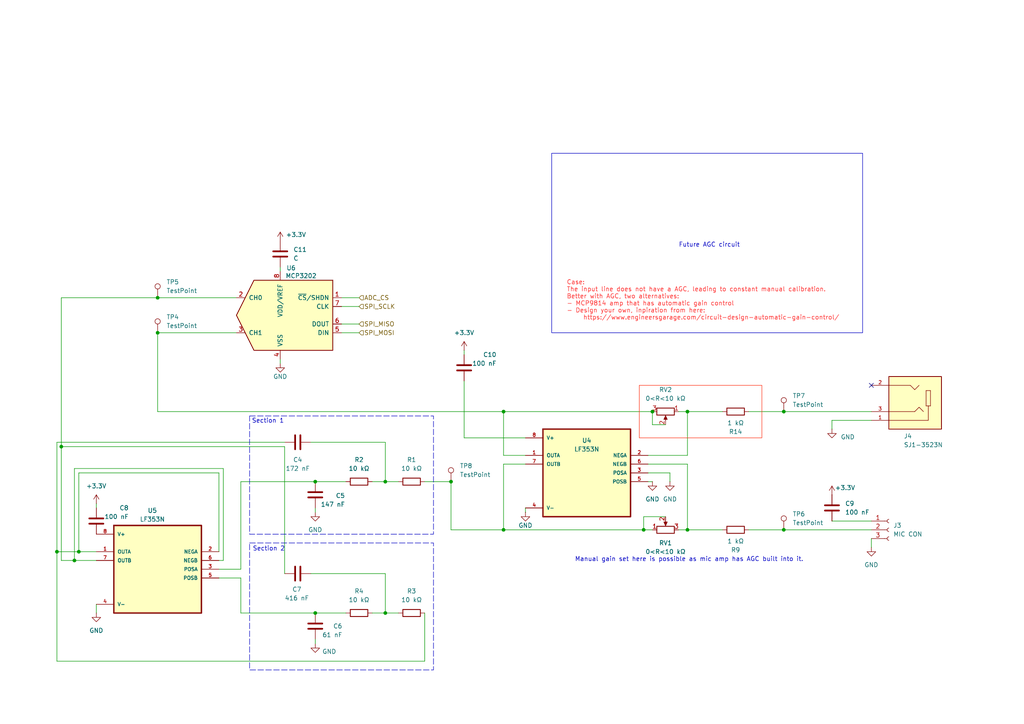
<source format=kicad_sch>
(kicad_sch (version 20231120) (generator "eeschema") (generator_version "8.0")
  (paper "A4")
  (title_block (title "InputPeripherals") (comment 1 "Main focus of this revisiton is on the mic input and the rest of the system.") (comment 2 "Note the coming AGC update. "))
  (lib_symbols
    (symbol "Analog_ADC:MCP3202" (pin_names (offset 1.016))
      (property "Reference" "U" (at -6.35 11.43 0))
      (property "Value" "MCP3202" (at 11.43 11.43 0))
      (symbol "MCP3202_0_1"
        (polyline (pts (xy 15.24 10.16) (xy -7.62 10.16) (xy -12.7 0) (xy -7.62 -10.16) (xy 15.24 -10.16) (xy 15.24 10.16)) (stroke (width 0.254)) (fill (type background)))
      )
      (symbol "MCP3202_1_1"
        (pin input line (at 17.78 5.08 180) (length 2.54) (name "~{CS}/SHDN") (number "1"))
        (pin passive line (at -12.7 5.08 0) (length 2.54) (name "CH0") (number "2"))
        (pin passive line (at -12.7 -5.08 0) (length 2.54) (name "CH1") (number "3"))
        (pin power_in line (at 0 -12.7 90) (length 2.54) (name "VSS") (number "4"))
        (pin input line (at 17.78 -5.08 180) (length 2.54) (name "DIN") (number "5"))
        (pin output line (at 17.78 -2.54 180) (length 2.54) (name "DOUT") (number "6"))
        (pin input line (at 17.78 2.54 180) (length 2.54) (name "CLK") (number "7"))
        (pin power_in line (at 0 12.7 270) (length 2.54) (name "VDD/VREF") (number "8"))
      )
    )
    (symbol "Connector:Conn_01x03_Socket" (pin_names (offset 1.016) hide)
      (property "Reference" "J" (at 0 5.08 0))
      (property "Value" "Conn_01x03_Socket" (at 0 -5.08 0))
      (symbol "Conn_01x03_Socket_1_1"
        (arc (start 0 -2.032) (mid -0.5058 -2.54) (end 0 -3.048) (stroke (width 0.1524)))
        (polyline (pts (xy -1.27 -2.54) (xy -0.508 -2.54)) (stroke (width 0.1524)))
        (polyline (pts (xy -1.27 0) (xy -0.508 0)) (stroke (width 0.1524)))
        (polyline (pts (xy -1.27 2.54) (xy -0.508 2.54)) (stroke (width 0.1524)))
        (arc (start 0 0.508) (mid -0.5058 0) (end 0 -0.508) (stroke (width 0.1524)))
        (arc (start 0 3.048) (mid -0.5058 2.54) (end 0 2.032) (stroke (width 0.1524)))
        (pin passive line (at -5.08 2.54 0) (length 3.81) (name "Pin_1") (number "1"))
        (pin passive line (at -5.08 0 0) (length 3.81) (name "Pin_2") (number "2"))
        (pin passive line (at -5.08 -2.54 0) (length 3.81) (name "Pin_3") (number "3"))
      )
    )
    (symbol "Connector:TestPoint" (pin_numbers hide) (pin_names (offset 0.762) hide)
      (property "Reference" "TP" (at 0 6.858 0))
      (property "Value" "TestPoint" (at 0 5.08 0))
      (symbol "TestPoint_0_1"
        (circle (center 0 3.302) (radius 0.762))
      )
      (symbol "TestPoint_1_1"
        (pin passive line (at 0 0 90) (length 2.54) (name "1") (number "1"))
      )
    )
    (symbol "Device:C" (pin_numbers hide) (pin_names (offset 0.254))
      (property "Reference" "C" (at 0.635 2.54 0))
      (property "Value" "C" (at 0.635 -2.54 0))
      (symbol "C_0_1"
        (polyline (pts (xy -2.032 -0.762) (xy 2.032 -0.762)) (stroke (width 0.508)))
        (polyline (pts (xy -2.032 0.762) (xy 2.032 0.762)) (stroke (width 0.508)))
      )
      (symbol "C_1_1"
        (pin passive line (at 0 3.81 270) (length 2.794) (name "~") (number "1"))
        (pin passive line (at 0 -3.81 90) (length 2.794) (name "~") (number "2"))
      )
    )
    (symbol "Device:R" (pin_numbers hide) (pin_names (offset 0))
      (property "Reference" "R" (at 2.032 0 90))
      (property "Value" "R" (at 0 0 90))
      (symbol "R_0_1"
        (rectangle (start -1.016 -2.54) (end 1.016 2.54) (stroke (width 0.254)))
      )
      (symbol "R_1_1"
        (pin passive line (at 0 3.81 270) (length 1.27) (name "~") (number "1"))
        (pin passive line (at 0 -3.81 90) (length 1.27) (name "~") (number "2"))
      )
    )
    (symbol "Device:R_Potentiometer" (pin_names (offset 1.016) hide)
      (property "Reference" "RV" (at -4.445 0 90))
      (property "Value" "R_Potentiometer" (at -2.54 0 90))
      (symbol "R_Potentiometer_0_1"
        (polyline (pts (xy 2.54 0) (xy 1.524 0)))
        (polyline (pts (xy 1.143 0) (xy 2.286 0.508) (xy 2.286 -0.508) (xy 1.143 0)) (fill (type outline)))
        (rectangle (start 1.016 2.54) (end -1.016 -2.54) (stroke (width 0.254)))
      )
      (symbol "R_Potentiometer_1_1"
        (pin passive line (at 0 3.81 270) (length 1.27) (name "1") (number "1"))
        (pin passive line (at 3.81 0 180) (length 1.27) (name "2") (number "2"))
        (pin passive line (at 0 -3.81 90) (length 1.27) (name "3") (number "3"))
      )
    )
    (symbol "LF353N:LF353N" (pin_names (offset 1.016))
      (property "Reference" "U" (at -12.7 13.7 0))
      (property "Value" "LF353N" (at -12.7 -16.7 0))
      (symbol "LF353N_0_0"
        (rectangle (start -12.7 -12.7) (end 12.7 12.7) (stroke (width 0.41)) (fill (type background)))
        (pin output line (at 17.78 5.08 180) (length 5.08) (name "OUTA") (number "1"))
        (pin input line (at -17.78 5.08 0) (length 5.08) (name "NEGA") (number "2"))
        (pin input line (at -17.78 0 0) (length 5.08) (name "POSA") (number "3"))
        (pin power_in line (at 17.78 -10.16 180) (length 5.08) (name "V-") (number "4"))
        (pin input line (at -17.78 -2.54 0) (length 5.08) (name "POSB") (number "5"))
        (pin input line (at -17.78 2.54 0) (length 5.08) (name "NEGB") (number "6"))
        (pin output line (at 17.78 2.54 180) (length 5.08) (name "OUTB") (number "7"))
        (pin power_in line (at 17.78 10.16 180) (length 5.08) (name "V+") (number "8"))
      )
    )
    (symbol "SJ1-3523N:SJ1-3523N" (pin_names (offset 1.016))
      (property "Reference" "J" (at -7.62 8.382 0))
      (property "Value" "SJ1-3523N" (at -7.62 -10.16 0))
      (symbol "SJ1-3523N_0_0"
        (rectangle (start -7.62 -7.62) (end 7.62 7.62) (stroke (width 0.254)) (fill (type background)))
        (polyline (pts (xy -4.445 -3.556) (xy -4.445 0.889)) (stroke (width 0.1524)))
        (polyline (pts (xy -4.445 0.889) (xy -3.81 0.889)) (stroke (width 0.1524)))
        (polyline (pts (xy -3.81 0.889) (xy -3.175 0.889)) (stroke (width 0.1524)))
        (polyline (pts (xy -3.81 5.08) (xy -3.81 0.889)) (stroke (width 0.1524)))
        (polyline (pts (xy -3.175 -3.556) (xy -4.445 -3.556)) (stroke (width 0.1524)))
        (polyline (pts (xy -3.175 0.889) (xy -3.175 -3.556)) (stroke (width 0.1524)))
        (polyline (pts (xy -1.143 1.27) (xy -2.413 2.54)) (stroke (width 0.1524)))
        (polyline (pts (xy 0.127 -3.81) (xy -1.143 -5.08)) (stroke (width 0.1524)))
        (polyline (pts (xy 0.127 2.54) (xy -1.143 1.27)) (stroke (width 0.1524)))
        (polyline (pts (xy 1.397 -5.08) (xy 0.127 -3.81)) (stroke (width 0.1524)))
        (polyline (pts (xy 7.62 -5.08) (xy 1.397 -5.08)) (stroke (width 0.1524)))
        (polyline (pts (xy 7.62 2.54) (xy 0.127 2.54)) (stroke (width 0.1524)))
        (polyline (pts (xy 7.62 5.08) (xy -3.81 5.08)) (stroke (width 0.1524)))
        (pin passive line (at 12.7 5.08 180) (length 5.08) (name "~") (number "1"))
        (pin passive line (at 12.7 -5.08 180) (length 5.08) (name "~") (number "2"))
        (pin passive line (at 12.7 2.54 180) (length 5.08) (name "~") (number "3"))
      )
    )
    (symbol "power:+3.3V" (power) (pin_numbers hide) (pin_names (offset 0) hide)
      (property "Value" "+3.3V" (at 0 3.556 0))
      (symbol "+3.3V_0_1"
        (polyline (pts (xy -0.762 1.27) (xy 0 2.54)))
        (polyline (pts (xy 0 0) (xy 0 2.54)))
        (polyline (pts (xy 0 2.54) (xy 0.762 1.27)))
      )
      (symbol "+3.3V_1_1"
        (pin power_in line (at 0 0 90) (length 0) (name "~") (number "1"))
      )
    )
    (symbol "power:GND" (power) (pin_numbers hide) (pin_names (offset 0) hide)
      (property "Value" "GND" (at 0 -3.81 0))
      (symbol "GND_0_1"
        (polyline (pts (xy 0 0) (xy 0 -1.27) (xy 1.27 -1.27) (xy 0 -2.54) (xy -1.27 -1.27) (xy 0 -1.27)))
      )
      (symbol "GND_1_1"
        (pin power_in line (at 0 0 270) (length 0) (name "~") (number "1"))
      )
    )
  )
  (junction (at 91.44 177.8))
  (junction (at 17.78 129.54))
  (junction (at 91.44 139.7))
  (junction (at 111.76 139.7))
  (junction (at 130.81 139.7))
  (junction (at 45.72 86.36))
  (junction (at 186.69 153.67))
  (junction (at 146.05 119.38))
  (junction (at 45.72 96.52))
  (junction (at 189.23 119.38))
  (junction (at 16.51 160.02))
  (junction (at 199.39 153.67))
  (junction (at 22.86 160.02))
  (junction (at 21.59 162.56))
  (junction (at 227.33 153.67))
  (junction (at 199.39 119.38))
  (junction (at 111.76 177.8))
  (junction (at 227.33 119.38))
  (junction (at 146.05 153.67))
  (no_connect (at 252.73 111.76))
  (wire (pts (xy 123.19 139.7) (xy 130.81 139.7)))
  (wire (pts (xy 187.96 139.7) (xy 189.23 139.7)))
  (wire (pts (xy 90.17 166.37) (xy 111.76 166.37)))
  (wire (pts (xy 69.85 139.7) (xy 69.85 165.1)))
  (wire (pts (xy 81.28 77.47) (xy 81.28 78.74)))
  (wire (pts (xy 217.17 153.67) (xy 227.33 153.67)))
  (wire (pts (xy 217.17 119.38) (xy 227.33 119.38)))
  (wire (pts (xy 63.5 160.02) (xy 63.5 137.16)))
  (wire (pts (xy 152.4 132.08) (xy 146.05 132.08)))
  (wire (pts (xy 187.96 134.62) (xy 199.39 134.62)))
  (wire (pts (xy 111.76 177.8) (xy 107.95 177.8)))
  (wire (pts (xy 69.85 177.8) (xy 69.85 167.64)))
  (wire (pts (xy 17.78 86.36) (xy 45.72 86.36)))
  (wire (pts (xy 64.77 135.89) (xy 21.59 135.89)))
  (wire (pts (xy 130.81 153.67) (xy 130.81 139.7)))
  (wire (pts (xy 199.39 153.67) (xy 209.55 153.67)))
  (wire (pts (xy 69.85 167.64) (xy 63.5 167.64)))
  (wire (pts (xy 16.51 160.02) (xy 16.51 191.77)))
  (wire (pts (xy 45.72 86.36) (xy 68.58 86.36)))
  (wire (pts (xy 111.76 139.7) (xy 107.95 139.7)))
  (wire (pts (xy 189.23 123.19) (xy 189.23 119.38)))
  (wire (pts (xy 146.05 134.62) (xy 152.4 134.62)))
  (wire (pts (xy 111.76 128.27) (xy 111.76 139.7)))
  (wire (pts (xy 16.51 191.77) (xy 123.19 191.77)))
  (wire (pts (xy 99.06 93.98) (xy 104.14 93.98)))
  (wire (pts (xy 22.86 160.02) (xy 27.94 160.02)))
  (wire (pts (xy 90.17 128.27) (xy 111.76 128.27)))
  (wire (pts (xy 130.81 153.67) (xy 146.05 153.67)))
  (wire (pts (xy 199.39 134.62) (xy 199.39 153.67)))
  (wire (pts (xy 199.39 153.67) (xy 196.85 153.67)))
  (wire (pts (xy 186.69 149.86) (xy 186.69 153.67)))
  (wire (pts (xy 194.31 137.16) (xy 194.31 139.7)))
  (wire (pts (xy 252.73 156.21) (xy 252.73 158.75)))
  (wire (pts (xy 115.57 139.7) (xy 111.76 139.7)))
  (wire (pts (xy 252.73 121.92) (xy 241.3 121.92)))
  (wire (pts (xy 187.96 132.08) (xy 199.39 132.08)))
  (wire (pts (xy 91.44 139.7) (xy 69.85 139.7)))
  (wire (pts (xy 27.94 175.26) (xy 27.94 177.8)))
  (wire (pts (xy 199.39 119.38) (xy 209.55 119.38)))
  (wire (pts (xy 82.55 166.37) (xy 82.55 129.54)))
  (wire (pts (xy 63.5 137.16) (xy 22.86 137.16)))
  (wire (pts (xy 193.04 123.19) (xy 189.23 123.19)))
  (wire (pts (xy 111.76 166.37) (xy 111.76 177.8)))
  (wire (pts (xy 45.72 96.52) (xy 45.72 119.38)))
  (wire (pts (xy 91.44 147.32) (xy 91.44 148.59)))
  (wire (pts (xy 82.55 128.27) (xy 16.51 128.27)))
  (wire (pts (xy 134.62 110.49) (xy 134.62 127)))
  (wire (pts (xy 146.05 119.38) (xy 189.23 119.38)))
  (wire (pts (xy 146.05 132.08) (xy 146.05 119.38)))
  (wire (pts (xy 99.06 96.52) (xy 104.14 96.52)))
  (wire (pts (xy 227.33 119.38) (xy 252.73 119.38)))
  (wire (pts (xy 17.78 162.56) (xy 21.59 162.56)))
  (wire (pts (xy 17.78 129.54) (xy 17.78 86.36)))
  (wire (pts (xy 99.06 88.9) (xy 104.14 88.9)))
  (wire (pts (xy 81.28 104.14) (xy 81.28 105.41)))
  (wire (pts (xy 17.78 129.54) (xy 82.55 129.54)))
  (wire (pts (xy 22.86 137.16) (xy 22.86 160.02)))
  (wire (pts (xy 152.4 147.32) (xy 152.4 148.59)))
  (wire (pts (xy 21.59 162.56) (xy 27.94 162.56)))
  (wire (pts (xy 69.85 165.1) (xy 63.5 165.1)))
  (wire (pts (xy 146.05 153.67) (xy 186.69 153.67)))
  (wire (pts (xy 134.62 101.6) (xy 134.62 102.87)))
  (wire (pts (xy 16.51 160.02) (xy 22.86 160.02)))
  (wire (pts (xy 134.62 127) (xy 152.4 127)))
  (wire (pts (xy 115.57 177.8) (xy 111.76 177.8)))
  (wire (pts (xy 187.96 137.16) (xy 194.31 137.16)))
  (wire (pts (xy 100.33 139.7) (xy 91.44 139.7)))
  (wire (pts (xy 146.05 153.67) (xy 146.05 134.62)))
  (wire (pts (xy 45.72 119.38) (xy 146.05 119.38)))
  (wire (pts (xy 227.33 153.67) (xy 252.73 153.67)))
  (wire (pts (xy 16.51 128.27) (xy 16.51 160.02)))
  (wire (pts (xy 99.06 86.36) (xy 104.14 86.36)))
  (wire (pts (xy 100.33 177.8) (xy 91.44 177.8)))
  (wire (pts (xy 17.78 129.54) (xy 17.78 162.56)))
  (wire (pts (xy 241.3 121.92) (xy 241.3 124.46)))
  (wire (pts (xy 91.44 185.42) (xy 91.44 186.69)))
  (wire (pts (xy 123.19 177.8) (xy 123.19 191.77)))
  (wire (pts (xy 91.44 177.8) (xy 69.85 177.8)))
  (wire (pts (xy 21.59 135.89) (xy 21.59 162.56)))
  (wire (pts (xy 63.5 162.56) (xy 64.77 162.56)))
  (wire (pts (xy 64.77 162.56) (xy 64.77 135.89)))
  (wire (pts (xy 189.23 153.67) (xy 186.69 153.67)))
  (wire (pts (xy 27.94 146.05) (xy 27.94 147.32)))
  (wire (pts (xy 241.3 151.13) (xy 252.73 151.13)))
  (wire (pts (xy 193.04 149.86) (xy 186.69 149.86)))
  (wire (pts (xy 45.72 96.52) (xy 68.58 96.52)))
  (wire (pts (xy 199.39 119.38) (xy 199.39 132.08)))
  (wire (pts (xy 196.85 119.38) (xy 199.39 119.38)))
  (rectangle (start 72.39 120.65) (end 125.73 154.94) (stroke (width 0) (type dash)))
  (rectangle (start 160.02 44.45) (end 250.19 96.52))
  (rectangle (start 72.39 157.48) (end 125.73 194.31) (stroke (width 0) (type dash)))
  (rectangle (start 185.42 111.76) (end 220.98 127) (stroke (width 0) (color 255 55 28 1)))
  (text "Section 2\n\n" (at 77.978 160.274 0) (effects (font (size 1.27 1.27))))
  (text "Future AGC circuit\n" (at 205.74 71.12 0) (effects (font (size 1.27 1.27))))
  (text "Manual gain set here is possible as mic amp has AGC built into it.\n" (at 199.898 162.306 0) (effects (font (size 1.27 1.27))))
  (text "Section 1\n" (at 77.724 122.174 0) (effects (font (size 1.27 1.27))))
  (text "Case:\nThe input line does not have a AGC, leading to constant manual calibration. \nBetter with AGC, two alternatives:\n- MCP9814 amp that has automatic gain control\n- Design your own, inpiration from here:\n	https://www.engineersgarage.com/circuit-design-automatic-gain-control/" (at 164.338 81.28 0) (effects (font (size 1.27 1.27)) (justify left top)))
  (hierarchical_label "SPI_SCLK" (shape input) (at 104.14 88.9 0))
  (hierarchical_label "SPI_MISO" (shape input) (at 104.14 93.98 0))
  (hierarchical_label "ADC_CS" (shape input) (at 104.14 86.36 0))
  (hierarchical_label "SPI_MOSI" (shape input) (at 104.14 96.52 0))
  (symbol (lib_id "Analog_ADC:MCP3202") (at 81.28 91.44 0) (unit 1)
    (property "Reference" "U6" (at 83.058 77.724 0) (effects (justify left)))
    (property "Value" "MCP3202" (at 82.804 80.01 0) (effects (justify left)))
    (property "Datasheet" "http://ww1.microchip.com/downloads/en/DeviceDoc/21034D.pdf" (effects (hide yes)))
    (property "Description" "A/D Converter, 12-Bit, 2-Channel, SPI Interface, 2.7V-5.5V" (effects (hide yes)))
  )
  (symbol (lib_id "power:+3.3V") (at 134.62 101.6 0) (unit 1)
    (property "Reference" "#PWR020" (effects (hide yes)))
    (property "Value" "+3.3V" (at 134.62 96.52 0))
    (property "Description" "Power symbol creates a global label with name \"+3.3V\"" (effects (hide yes)))
  )
  (symbol (lib_id "Device:C") (at 81.28 73.66 0) (unit 1)
    (property "Reference" "C11" (at 85.09 72.3899 0) (effects (justify left)))
    (property "Value" "C" (at 85.09 74.9299 0) (effects (justify left)))
    (property "Description" "Unpolarized capacitor" (effects (hide yes)))
  )
  (symbol (lib_id "Device:C") (at 27.94 151.13 0) (mirror y) (unit 1)
    (property "Reference" "C8" (at 37.338 147.32 0) (effects (justify left)))
    (property "Value" "100 nF" (at 37.338 149.86 0) (effects (justify left)))
    (property "Description" "Unpolarized capacitor" (effects (hide yes)))
  )
  (symbol (lib_id "Device:R") (at 213.36 153.67 90) (unit 1)
    (property "Reference" "R9" (at 213.36 159.512 90))
    (property "Value" "1 kΩ" (at 213.36 156.972 90))
    (property "Description" "Resistor" (effects (hide yes)))
  )
  (symbol (lib_id "Device:C") (at 134.62 106.68 0) (mirror y) (unit 1)
    (property "Reference" "C10" (at 144.018 102.87 0) (effects (justify left)))
    (property "Value" "100 nF" (at 144.018 105.41 0) (effects (justify left)))
    (property "Description" "Unpolarized capacitor" (effects (hide yes)))
  )
  (symbol (lib_id "power:GND") (at 91.44 148.59 0) (mirror y) (unit 1)
    (property "Reference" "#PWR011" (effects (hide yes)))
    (property "Value" "GND" (at 91.44 153.67 0))
    (property "Description" "Power symbol creates a global label with name \"GND\" , ground" (effects (hide yes)))
  )
  (symbol (lib_id "LF353N:LF353N") (at 170.18 137.16 0) (mirror y) (unit 1)
    (property "Reference" "U4" (at 170.18 127.762 0))
    (property "Value" "LF353N" (at 170.18 130.302 0))
    (property "Footprint" "LF353N:DIP794W45P254L959H508Q8" (effects (hide yes)))
    (property "MF" "Texas Instruments" (effects (hide yes)))
    (property "Description_1" "\nDual, 36-V, 4-MHz, high slew rate (13-V/µs), In to V+, JFET-input op amp\n" (effects (hide yes)))
    (property "Package" "PDIP-8 Texas" (effects (hide yes)))
    (property "Price" "None" (effects (hide yes)))
    (property "SnapEDA_Link" "https://www.snapeda.com/parts/LF353N/NOPB/Texas+Instruments/view-part/?ref=snap" (effects (hide yes)))
    (property "MP" "LF353N/NOPB" (effects (hide yes)))
    (property "Purchase-URL" "https://www.snapeda.com/api/url_track_click_mouser/?unipart_id=26204&manufacturer=Texas Instruments&part_name=LF353N/NOPB&search_term=None" (effects (hide yes)))
    (property "Availability" "In Stock" (effects (hide yes)))
    (property "Check_prices" "https://www.snapeda.com/parts/LF353N/NOPB/Texas+Instruments/view-part/?ref=eda" (effects (hide yes)))
  )
  (symbol (lib_id "power:GND") (at 189.23 139.7 0) (unit 1)
    (property "Reference" "#PWR018" (effects (hide yes)))
    (property "Value" "GND" (at 189.23 144.78 0))
    (property "Description" "Power symbol creates a global label with name \"GND\" , ground" (effects (hide yes)))
  )
  (symbol (lib_id "Device:R") (at 104.14 177.8 270) (mirror x) (unit 1)
    (property "Reference" "R4" (at 104.14 171.45 90))
    (property "Value" "10 kΩ" (at 104.14 173.99 90))
    (property "Description" "Resistor" (effects (hide yes)))
  )
  (symbol (lib_id "Device:R_Potentiometer") (at 193.04 119.38 270) (unit 1)
    (property "Reference" "RV2" (at 193.04 113.03 90))
    (property "Value" "0<R<10 kΩ" (at 193.04 115.57 90))
    (property "Description" "Potentiometer" (effects (hide yes)))
  )
  (symbol (lib_id "power:GND") (at 252.73 158.75 0) (unit 1)
    (property "Reference" "#PWR017" (effects (hide yes)))
    (property "Value" "GND" (at 252.73 163.83 0))
    (property "Description" "Power symbol creates a global label with name \"GND\" , ground" (effects (hide yes)))
  )
  (symbol (lib_id "Device:C") (at 86.36 166.37 270) (mirror x) (unit 1)
    (property "Reference" "C7" (at 86.106 170.942 90))
    (property "Value" "416 nF" (at 86.106 173.482 90))
    (property "Description" "Unpolarized capacitor" (effects (hide yes)))
  )
  (symbol (lib_id "Connector:TestPoint") (at 227.33 119.38 0) (unit 1)
    (property "Reference" "TP7" (at 229.87 114.8079 0) (effects (justify left)))
    (property "Value" "TestPoint" (at 229.87 117.3479 0) (effects (justify left)))
    (property "Description" "test point" (effects (hide yes)))
  )
  (symbol (lib_id "power:+3.3V") (at 27.94 146.05 0) (mirror y) (unit 1)
    (property "Reference" "#PWR013" (effects (hide yes)))
    (property "Value" "+3.3V" (at 27.94 140.97 0))
    (property "Description" "Power symbol creates a global label with name \"+3.3V\"" (effects (hide yes)))
  )
  (symbol (lib_id "LF353N:LF353N") (at 45.72 165.1 0) (mirror y) (unit 1)
    (property "Reference" "U5" (at 44.196 148.082 0))
    (property "Value" "LF353N" (at 44.196 150.622 0))
    (property "Footprint" "LF353N:DIP794W45P254L959H508Q8" (effects (hide yes)))
    (property "MF" "Texas Instruments" (effects (hide yes)))
    (property "Description_1" "\nDual, 36-V, 4-MHz, high slew rate (13-V/µs), In to V+, JFET-input op amp\n" (effects (hide yes)))
    (property "Package" "PDIP-8 Texas" (effects (hide yes)))
    (property "Price" "None" (effects (hide yes)))
    (property "SnapEDA_Link" "https://www.snapeda.com/parts/LF353N/NOPB/Texas+Instruments/view-part/?ref=snap" (effects (hide yes)))
    (property "MP" "LF353N/NOPB" (effects (hide yes)))
    (property "Purchase-URL" "https://www.snapeda.com/api/url_track_click_mouser/?unipart_id=26204&manufacturer=Texas Instruments&part_name=LF353N/NOPB&search_term=None" (effects (hide yes)))
    (property "Availability" "In Stock" (effects (hide yes)))
    (property "Check_prices" "https://www.snapeda.com/parts/LF353N/NOPB/Texas+Instruments/view-part/?ref=eda" (effects (hide yes)))
  )
  (symbol (lib_id "Device:C") (at 241.3 147.32 0) (unit 1)
    (property "Reference" "C9" (at 245.11 146.0499 0) (effects (justify left)))
    (property "Value" "100 nF" (at 245.11 148.5899 0) (effects (justify left)))
    (property "Description" "Unpolarized capacitor" (effects (hide yes)))
  )
  (symbol (lib_id "Device:R") (at 119.38 177.8 270) (mirror x) (unit 1)
    (property "Reference" "R3" (at 119.38 171.45 90))
    (property "Value" "10 kΩ" (at 119.38 173.99 90))
    (property "Description" "Resistor" (effects (hide yes)))
  )
  (symbol (lib_id "Device:C") (at 91.44 181.61 0) (mirror y) (unit 1)
    (property "Reference" "C6" (at 99.314 181.61 0) (effects (justify left)))
    (property "Value" "61 nF" (at 99.314 184.15 0) (effects (justify left)))
    (property "Description" "Unpolarized capacitor" (effects (hide yes)))
  )
  (symbol (lib_id "Connector:Conn_01x03_Socket") (at 257.81 153.67 0) (unit 1)
    (property "Reference" "J3" (at 259.08 152.3999 0) (effects (justify left)))
    (property "Value" "MIC CON" (at 259.08 154.9399 0) (effects (justify left)))
    (property "Footprint" "Connector_PinSocket_2.54mm:PinSocket_1x03_P2.54mm_Vertical" (effects (hide yes)))
    (property "Description" "Generic connector, single row, 01x03, script generated" (effects (hide yes)))
  )
  (symbol (lib_id "power:GND") (at 241.3 124.46 0) (unit 1)
    (property "Reference" "#PWR015" (effects (hide yes)))
    (property "Value" "GND" (at 245.872 126.746 0))
    (property "Description" "Power symbol creates a global label with name \"GND\" , ground" (effects (hide yes)))
  )
  (symbol (lib_id "Device:R") (at 213.36 119.38 90) (unit 1)
    (property "Reference" "R14" (at 213.36 125.222 90))
    (property "Value" "1 kΩ" (at 213.36 122.682 90))
    (property "Description" "Resistor" (effects (hide yes)))
  )
  (symbol (lib_id "Connector:TestPoint") (at 45.72 86.36 0) (unit 1)
    (property "Reference" "TP5" (at 48.26 81.7879 0) (effects (justify left)))
    (property "Value" "TestPoint" (at 48.26 84.3279 0) (effects (justify left)))
    (property "Description" "test point" (effects (hide yes)))
  )
  (symbol (lib_id "power:+3.3V") (at 241.3 143.51 0) (unit 1)
    (property "Reference" "#PWR016" (effects (hide yes)))
    (property "Value" "+3.3V" (at 245.11 141.478 0))
    (property "Description" "Power symbol creates a global label with name \"+3.3V\"" (effects (hide yes)))
  )
  (symbol (lib_id "Device:R") (at 104.14 139.7 270) (mirror x) (unit 1)
    (property "Reference" "R2" (at 104.14 133.35 90))
    (property "Value" "10 kΩ" (at 104.14 135.89 90))
    (property "Description" "Resistor" (effects (hide yes)))
  )
  (symbol (lib_id "Device:R_Potentiometer") (at 193.04 153.67 90) (unit 1)
    (property "Reference" "RV1" (at 193.04 157.48 90))
    (property "Value" "0<R<10 kΩ" (at 193.04 160.02 90))
    (property "Description" "Potentiometer" (effects (hide yes)))
  )
  (symbol (lib_id "power:GND") (at 27.94 177.8 0) (mirror y) (unit 1)
    (property "Reference" "#PWR014" (effects (hide yes)))
    (property "Value" "GND" (at 27.94 182.88 0))
    (property "Description" "Power symbol creates a global label with name \"GND\" , ground" (effects (hide yes)))
  )
  (symbol (lib_id "Device:R") (at 119.38 139.7 270) (mirror x) (unit 1)
    (property "Reference" "R1" (at 119.38 133.35 90))
    (property "Value" "10 kΩ" (at 119.38 135.89 90))
    (property "Description" "Resistor" (effects (hide yes)))
  )
  (symbol (lib_id "Device:C") (at 86.36 128.27 270) (mirror x) (unit 1)
    (property "Reference" "C4" (at 86.36 133.35 90))
    (property "Value" "172 nF" (at 86.36 135.89 90))
    (property "Description" "Unpolarized capacitor" (effects (hide yes)))
  )
  (symbol (lib_id "power:GND") (at 152.4 148.59 0) (unit 1)
    (property "Reference" "#PWR021" (effects (hide yes)))
    (property "Value" "GND" (at 152.4 152.4 0))
    (property "Description" "Power symbol creates a global label with name \"GND\" , ground" (effects (hide yes)))
  )
  (symbol (lib_id "power:+3.3V") (at 81.28 69.85 0) (unit 1)
    (property "Reference" "#PWR022" (effects (hide yes)))
    (property "Value" "+3.3V" (at 85.852 68.072 0))
    (property "Description" "Power symbol creates a global label with name \"+3.3V\"" (effects (hide yes)))
  )
  (symbol (lib_id "SJ1-3523N:SJ1-3523N") (at 265.43 116.84 180) (unit 1)
    (property "Reference" "J4" (at 262.128 126.492 0) (effects (justify right)))
    (property "Value" "SJ1-3523N" (at 262.128 129.032 0) (effects (justify right)))
    (property "Footprint" "SJ1-3523N:CUI_SJ1-3523N" (effects (hide yes)))
    (property "MF" "CUI Devices" (effects (hide yes)))
    (property "MAXIMUM_PACKAGE_HEIGHT" "6.25 mm" (effects (hide yes)))
    (property "Package" "None" (effects (hide yes)))
    (property "Price" "None" (effects (hide yes)))
    (property "Check_prices" "https://www.snapeda.com/parts/SJ1-3523N/CUI+Devices/view-part/?ref=eda" (effects (hide yes)))
    (property "STANDARD" "Manufacturer Recommendations" (effects (hide yes)))
    (property "PARTREV" "1.05" (effects (hide yes)))
    (property "SnapEDA_Link" "https://www.snapeda.com/parts/SJ1-3523N/CUI+Devices/view-part/?ref=snap" (effects (hide yes)))
    (property "MP" "SJ1-3523N" (effects (hide yes)))
    (property "Description_1" "3.5 mm, Stereo, Right Angle, Through Hole, 3 Conductors, 0 Internal Switches, Audio Jack Connector" (effects (hide yes)))
    (property "CUI_purchase_URL" "https://www.cuidevices.com/product/interconnect/connectors/audio-connectors/jacks/sj1-3523n?utm_source=snapeda.com&utm_medium=referral&utm_campaign=snapedaBOM" (effects (hide yes)))
    (property "Availability" "In Stock" (effects (hide yes)))
    (property "MANUFACTURER" "CUI Devices" (effects (hide yes)))
  )
  (symbol (lib_id "Device:C") (at 91.44 143.51 0) (mirror y) (unit 1)
    (property "Reference" "C5" (at 100.076 143.764 0) (effects (justify left)))
    (property "Value" "147 nF" (at 100.076 146.304 0) (effects (justify left)))
    (property "Description" "Unpolarized capacitor" (effects (hide yes)))
  )
  (symbol (lib_id "power:GND") (at 194.31 139.7 0) (unit 1)
    (property "Reference" "#PWR046" (effects (hide yes)))
    (property "Value" "GND" (at 194.31 144.78 0))
    (property "Description" "Power symbol creates a global label with name \"GND\" , ground" (effects (hide yes)))
  )
  (symbol (lib_id "power:GND") (at 81.28 105.41 0) (unit 1)
    (property "Reference" "#PWR023" (effects (hide yes)))
    (property "Value" "GND" (at 81.28 109.22 0))
    (property "Description" "Power symbol creates a global label with name \"GND\" , ground" (effects (hide yes)))
  )
  (symbol (lib_id "Connector:TestPoint") (at 227.33 153.67 0) (unit 1)
    (property "Reference" "TP6" (at 229.87 149.0979 0) (effects (justify left)))
    (property "Value" "TestPoint" (at 229.87 151.6379 0) (effects (justify left)))
    (property "Description" "test point" (effects (hide yes)))
  )
  (symbol (lib_id "Connector:TestPoint") (at 130.81 139.7 0) (unit 1)
    (property "Reference" "TP8" (at 133.35 135.1279 0) (effects (justify left)))
    (property "Value" "TestPoint" (at 133.35 137.6679 0) (effects (justify left)))
    (property "Description" "test point" (effects (hide yes)))
  )
  (symbol (lib_id "power:GND") (at 91.44 186.69 0) (mirror y) (unit 1)
    (property "Reference" "#PWR012" (effects (hide yes)))
    (property "Value" "GND" (at 95.504 188.976 0))
    (property "Description" "Power symbol creates a global label with name \"GND\" , ground" (effects (hide yes)))
  )
  (symbol (lib_id "Connector:TestPoint") (at 45.72 96.52 0) (unit 1)
    (property "Reference" "TP4" (at 48.26 91.9479 0) (effects (justify left)))
    (property "Value" "TestPoint" (at 48.26 94.4879 0) (effects (justify left)))
    (property "Description" "test point" (effects (hide yes)))
  )
)
</source>
